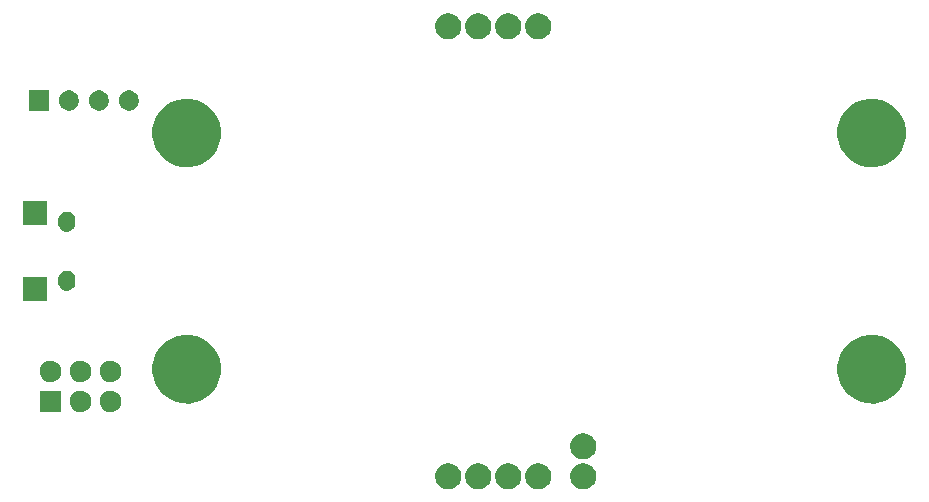
<source format=gbs>
G04 (created by PCBNEW (2013-07-07 BZR 4022)-stable) date 10/12/2013 15:05:52*
%MOIN*%
G04 Gerber Fmt 3.4, Leading zero omitted, Abs format*
%FSLAX34Y34*%
G01*
G70*
G90*
G04 APERTURE LIST*
%ADD10C,0.00590551*%
G04 APERTURE END LIST*
G54D10*
G36*
X62658Y-38504D02*
X61869Y-38504D01*
X61869Y-37715D01*
X62658Y-37715D01*
X62658Y-38504D01*
X62658Y-38504D01*
G37*
G36*
X62658Y-41024D02*
X61869Y-41024D01*
X61869Y-40235D01*
X62658Y-40235D01*
X62658Y-41024D01*
X62658Y-41024D01*
G37*
G36*
X62732Y-34685D02*
X62062Y-34685D01*
X62062Y-34015D01*
X62732Y-34015D01*
X62732Y-34685D01*
X62732Y-34685D01*
G37*
G36*
X63139Y-43345D02*
X63138Y-43420D01*
X63121Y-43494D01*
X63094Y-43553D01*
X63050Y-43616D01*
X63004Y-43660D01*
X62939Y-43701D01*
X62879Y-43724D01*
X62804Y-43738D01*
X62739Y-43736D01*
X62664Y-43720D01*
X62606Y-43694D01*
X62543Y-43650D01*
X62498Y-43604D01*
X62456Y-43540D01*
X62433Y-43480D01*
X62419Y-43404D01*
X62420Y-43341D01*
X62436Y-43265D01*
X62461Y-43206D01*
X62505Y-43143D01*
X62550Y-43098D01*
X62615Y-43056D01*
X62674Y-43032D01*
X62750Y-43017D01*
X62813Y-43018D01*
X62889Y-43034D01*
X62948Y-43058D01*
X63012Y-43102D01*
X63057Y-43146D01*
X63100Y-43211D01*
X63124Y-43269D01*
X63139Y-43345D01*
X63139Y-43345D01*
G37*
G36*
X63139Y-44737D02*
X62419Y-44737D01*
X62419Y-44018D01*
X63139Y-44018D01*
X63139Y-44737D01*
X63139Y-44737D01*
G37*
G36*
X63612Y-38429D02*
X63612Y-38433D01*
X63612Y-38440D01*
X63612Y-38440D01*
X63605Y-38496D01*
X63605Y-38496D01*
X63605Y-38496D01*
X63589Y-38548D01*
X63562Y-38598D01*
X63526Y-38640D01*
X63482Y-38675D01*
X63434Y-38701D01*
X63379Y-38717D01*
X63325Y-38722D01*
X63269Y-38716D01*
X63216Y-38700D01*
X63167Y-38673D01*
X63124Y-38638D01*
X63088Y-38594D01*
X63062Y-38545D01*
X63046Y-38492D01*
X63040Y-38429D01*
X63040Y-38342D01*
X63040Y-38337D01*
X63041Y-38331D01*
X63041Y-38331D01*
X63047Y-38275D01*
X63047Y-38275D01*
X63047Y-38274D01*
X63064Y-38222D01*
X63091Y-38173D01*
X63126Y-38131D01*
X63170Y-38095D01*
X63219Y-38070D01*
X63273Y-38054D01*
X63328Y-38049D01*
X63384Y-38055D01*
X63437Y-38071D01*
X63486Y-38098D01*
X63529Y-38133D01*
X63564Y-38176D01*
X63590Y-38225D01*
X63606Y-38279D01*
X63612Y-38342D01*
X63612Y-38429D01*
X63612Y-38429D01*
G37*
G36*
X63612Y-40397D02*
X63612Y-40402D01*
X63612Y-40408D01*
X63612Y-40409D01*
X63605Y-40464D01*
X63605Y-40464D01*
X63605Y-40465D01*
X63589Y-40517D01*
X63562Y-40566D01*
X63526Y-40608D01*
X63482Y-40644D01*
X63434Y-40669D01*
X63379Y-40685D01*
X63325Y-40690D01*
X63269Y-40684D01*
X63216Y-40668D01*
X63167Y-40641D01*
X63124Y-40606D01*
X63088Y-40563D01*
X63062Y-40514D01*
X63046Y-40460D01*
X63040Y-40397D01*
X63040Y-40310D01*
X63040Y-40306D01*
X63041Y-40299D01*
X63041Y-40299D01*
X63047Y-40244D01*
X63047Y-40244D01*
X63047Y-40243D01*
X63064Y-40191D01*
X63091Y-40141D01*
X63126Y-40099D01*
X63170Y-40064D01*
X63219Y-40038D01*
X63273Y-40022D01*
X63328Y-40017D01*
X63384Y-40023D01*
X63437Y-40040D01*
X63486Y-40066D01*
X63529Y-40102D01*
X63564Y-40145D01*
X63590Y-40194D01*
X63606Y-40247D01*
X63612Y-40310D01*
X63612Y-40397D01*
X63612Y-40397D01*
G37*
G36*
X63732Y-34320D02*
X63731Y-34389D01*
X63715Y-34459D01*
X63691Y-34513D01*
X63650Y-34572D01*
X63606Y-34613D01*
X63546Y-34651D01*
X63490Y-34673D01*
X63420Y-34685D01*
X63360Y-34684D01*
X63290Y-34668D01*
X63236Y-34645D01*
X63177Y-34604D01*
X63136Y-34561D01*
X63097Y-34501D01*
X63075Y-34446D01*
X63062Y-34375D01*
X63063Y-34316D01*
X63078Y-34245D01*
X63101Y-34191D01*
X63142Y-34131D01*
X63184Y-34090D01*
X63245Y-34050D01*
X63299Y-34029D01*
X63370Y-34015D01*
X63429Y-34015D01*
X63500Y-34030D01*
X63554Y-34053D01*
X63614Y-34093D01*
X63655Y-34135D01*
X63696Y-34195D01*
X63718Y-34249D01*
X63732Y-34320D01*
X63732Y-34320D01*
G37*
G36*
X64139Y-43345D02*
X64138Y-43420D01*
X64121Y-43494D01*
X64094Y-43553D01*
X64050Y-43616D01*
X64004Y-43660D01*
X63939Y-43701D01*
X63879Y-43724D01*
X63804Y-43738D01*
X63739Y-43736D01*
X63664Y-43720D01*
X63606Y-43694D01*
X63543Y-43650D01*
X63498Y-43604D01*
X63456Y-43540D01*
X63433Y-43480D01*
X63419Y-43404D01*
X63420Y-43341D01*
X63436Y-43265D01*
X63461Y-43206D01*
X63505Y-43143D01*
X63550Y-43098D01*
X63615Y-43056D01*
X63674Y-43032D01*
X63750Y-43017D01*
X63813Y-43018D01*
X63889Y-43034D01*
X63948Y-43058D01*
X64012Y-43102D01*
X64057Y-43146D01*
X64100Y-43211D01*
X64124Y-43269D01*
X64139Y-43345D01*
X64139Y-43345D01*
G37*
G36*
X64139Y-44345D02*
X64138Y-44420D01*
X64121Y-44494D01*
X64094Y-44553D01*
X64050Y-44616D01*
X64004Y-44660D01*
X63939Y-44701D01*
X63879Y-44724D01*
X63804Y-44738D01*
X63739Y-44736D01*
X63664Y-44720D01*
X63606Y-44694D01*
X63543Y-44650D01*
X63498Y-44604D01*
X63456Y-44540D01*
X63433Y-44480D01*
X63419Y-44404D01*
X63420Y-44341D01*
X63436Y-44265D01*
X63461Y-44206D01*
X63505Y-44143D01*
X63550Y-44098D01*
X63615Y-44056D01*
X63674Y-44032D01*
X63750Y-44017D01*
X63813Y-44018D01*
X63889Y-44034D01*
X63948Y-44058D01*
X64012Y-44102D01*
X64057Y-44146D01*
X64100Y-44211D01*
X64124Y-44269D01*
X64139Y-44345D01*
X64139Y-44345D01*
G37*
G36*
X64732Y-34320D02*
X64731Y-34389D01*
X64715Y-34459D01*
X64691Y-34513D01*
X64650Y-34572D01*
X64606Y-34613D01*
X64546Y-34651D01*
X64490Y-34673D01*
X64420Y-34685D01*
X64360Y-34684D01*
X64290Y-34668D01*
X64236Y-34645D01*
X64177Y-34604D01*
X64136Y-34561D01*
X64097Y-34501D01*
X64075Y-34446D01*
X64062Y-34375D01*
X64063Y-34316D01*
X64078Y-34245D01*
X64101Y-34191D01*
X64142Y-34131D01*
X64184Y-34090D01*
X64245Y-34050D01*
X64299Y-34029D01*
X64370Y-34015D01*
X64429Y-34015D01*
X64500Y-34030D01*
X64554Y-34053D01*
X64614Y-34093D01*
X64655Y-34135D01*
X64696Y-34195D01*
X64718Y-34249D01*
X64732Y-34320D01*
X64732Y-34320D01*
G37*
G36*
X65139Y-43345D02*
X65138Y-43420D01*
X65121Y-43494D01*
X65094Y-43553D01*
X65050Y-43616D01*
X65004Y-43660D01*
X64939Y-43701D01*
X64879Y-43724D01*
X64804Y-43738D01*
X64739Y-43736D01*
X64664Y-43720D01*
X64606Y-43694D01*
X64543Y-43650D01*
X64498Y-43604D01*
X64456Y-43540D01*
X64433Y-43480D01*
X64419Y-43404D01*
X64420Y-43341D01*
X64436Y-43265D01*
X64461Y-43206D01*
X64505Y-43143D01*
X64550Y-43098D01*
X64615Y-43056D01*
X64674Y-43032D01*
X64750Y-43017D01*
X64813Y-43018D01*
X64889Y-43034D01*
X64948Y-43058D01*
X65012Y-43102D01*
X65057Y-43146D01*
X65100Y-43211D01*
X65124Y-43269D01*
X65139Y-43345D01*
X65139Y-43345D01*
G37*
G36*
X65139Y-44345D02*
X65138Y-44420D01*
X65121Y-44494D01*
X65094Y-44553D01*
X65050Y-44616D01*
X65004Y-44660D01*
X64939Y-44701D01*
X64879Y-44724D01*
X64804Y-44738D01*
X64739Y-44736D01*
X64664Y-44720D01*
X64606Y-44694D01*
X64543Y-44650D01*
X64498Y-44604D01*
X64456Y-44540D01*
X64433Y-44480D01*
X64419Y-44404D01*
X64420Y-44341D01*
X64436Y-44265D01*
X64461Y-44206D01*
X64505Y-44143D01*
X64550Y-44098D01*
X64615Y-44056D01*
X64674Y-44032D01*
X64750Y-44017D01*
X64813Y-44018D01*
X64889Y-44034D01*
X64948Y-44058D01*
X65012Y-44102D01*
X65057Y-44146D01*
X65100Y-44211D01*
X65124Y-44269D01*
X65139Y-44345D01*
X65139Y-44345D01*
G37*
G36*
X65732Y-34320D02*
X65731Y-34389D01*
X65715Y-34459D01*
X65691Y-34513D01*
X65650Y-34572D01*
X65606Y-34613D01*
X65546Y-34651D01*
X65490Y-34673D01*
X65420Y-34685D01*
X65360Y-34684D01*
X65290Y-34668D01*
X65236Y-34645D01*
X65177Y-34604D01*
X65136Y-34561D01*
X65097Y-34501D01*
X65075Y-34446D01*
X65062Y-34375D01*
X65063Y-34316D01*
X65078Y-34245D01*
X65101Y-34191D01*
X65142Y-34131D01*
X65184Y-34090D01*
X65245Y-34050D01*
X65299Y-34029D01*
X65370Y-34015D01*
X65429Y-34015D01*
X65500Y-34030D01*
X65554Y-34053D01*
X65614Y-34093D01*
X65655Y-34135D01*
X65696Y-34195D01*
X65718Y-34249D01*
X65732Y-34320D01*
X65732Y-34320D01*
G37*
G36*
X68465Y-35323D02*
X68461Y-35574D01*
X68410Y-35797D01*
X68322Y-35997D01*
X68189Y-36185D01*
X68031Y-36335D01*
X67837Y-36458D01*
X67634Y-36537D01*
X67407Y-36577D01*
X67189Y-36572D01*
X66965Y-36523D01*
X66765Y-36436D01*
X66576Y-36304D01*
X66425Y-36148D01*
X66300Y-35954D01*
X66220Y-35752D01*
X66178Y-35525D01*
X66182Y-35308D01*
X66229Y-35082D01*
X66315Y-34883D01*
X66445Y-34692D01*
X66601Y-34540D01*
X66794Y-34414D01*
X66995Y-34333D01*
X67222Y-34289D01*
X67439Y-34291D01*
X67665Y-34337D01*
X67865Y-34421D01*
X68057Y-34551D01*
X68209Y-34704D01*
X68337Y-34897D01*
X68420Y-35097D01*
X68465Y-35323D01*
X68465Y-35323D01*
G37*
G36*
X68465Y-43197D02*
X68461Y-43448D01*
X68410Y-43672D01*
X68322Y-43871D01*
X68189Y-44059D01*
X68031Y-44209D01*
X67837Y-44332D01*
X67634Y-44411D01*
X67407Y-44451D01*
X67189Y-44446D01*
X66965Y-44397D01*
X66765Y-44310D01*
X66576Y-44178D01*
X66425Y-44022D01*
X66300Y-43828D01*
X66220Y-43626D01*
X66178Y-43399D01*
X66182Y-43182D01*
X66229Y-42956D01*
X66315Y-42757D01*
X66445Y-42566D01*
X66601Y-42414D01*
X66794Y-42288D01*
X66995Y-42207D01*
X67222Y-42163D01*
X67439Y-42165D01*
X67665Y-42211D01*
X67865Y-42295D01*
X68057Y-42425D01*
X68209Y-42578D01*
X68337Y-42771D01*
X68420Y-42971D01*
X68465Y-43197D01*
X68465Y-43197D01*
G37*
G36*
X76473Y-31830D02*
X76472Y-31921D01*
X76452Y-32010D01*
X76420Y-32082D01*
X76367Y-32156D01*
X76310Y-32211D01*
X76233Y-32260D01*
X76160Y-32288D01*
X76070Y-32304D01*
X75991Y-32302D01*
X75902Y-32283D01*
X75830Y-32251D01*
X75755Y-32199D01*
X75700Y-32143D01*
X75651Y-32066D01*
X75622Y-31993D01*
X75605Y-31903D01*
X75607Y-31824D01*
X75626Y-31735D01*
X75656Y-31663D01*
X75708Y-31587D01*
X75764Y-31532D01*
X75841Y-31482D01*
X75913Y-31453D01*
X76004Y-31436D01*
X76082Y-31436D01*
X76172Y-31455D01*
X76244Y-31485D01*
X76320Y-31536D01*
X76375Y-31591D01*
X76426Y-31668D01*
X76456Y-31740D01*
X76473Y-31830D01*
X76473Y-31830D01*
G37*
G36*
X76473Y-46830D02*
X76472Y-46921D01*
X76452Y-47010D01*
X76420Y-47082D01*
X76367Y-47156D01*
X76310Y-47211D01*
X76233Y-47260D01*
X76160Y-47288D01*
X76070Y-47304D01*
X75991Y-47302D01*
X75902Y-47283D01*
X75830Y-47251D01*
X75755Y-47199D01*
X75700Y-47143D01*
X75651Y-47066D01*
X75622Y-46993D01*
X75605Y-46903D01*
X75607Y-46824D01*
X75626Y-46735D01*
X75656Y-46663D01*
X75708Y-46587D01*
X75764Y-46532D01*
X75841Y-46482D01*
X75913Y-46453D01*
X76004Y-46436D01*
X76082Y-46436D01*
X76172Y-46455D01*
X76244Y-46485D01*
X76320Y-46536D01*
X76375Y-46591D01*
X76426Y-46668D01*
X76456Y-46740D01*
X76473Y-46830D01*
X76473Y-46830D01*
G37*
G36*
X77473Y-31830D02*
X77472Y-31921D01*
X77452Y-32010D01*
X77420Y-32082D01*
X77367Y-32156D01*
X77310Y-32211D01*
X77233Y-32260D01*
X77160Y-32288D01*
X77070Y-32304D01*
X76991Y-32302D01*
X76902Y-32283D01*
X76830Y-32251D01*
X76755Y-32199D01*
X76700Y-32143D01*
X76651Y-32066D01*
X76622Y-31993D01*
X76605Y-31903D01*
X76607Y-31824D01*
X76626Y-31735D01*
X76656Y-31663D01*
X76708Y-31587D01*
X76764Y-31532D01*
X76841Y-31482D01*
X76913Y-31453D01*
X77004Y-31436D01*
X77082Y-31436D01*
X77172Y-31455D01*
X77244Y-31485D01*
X77320Y-31536D01*
X77375Y-31591D01*
X77426Y-31668D01*
X77456Y-31740D01*
X77473Y-31830D01*
X77473Y-31830D01*
G37*
G36*
X77473Y-46830D02*
X77472Y-46921D01*
X77452Y-47010D01*
X77420Y-47082D01*
X77367Y-47156D01*
X77310Y-47211D01*
X77233Y-47260D01*
X77160Y-47288D01*
X77070Y-47304D01*
X76991Y-47302D01*
X76902Y-47283D01*
X76830Y-47251D01*
X76755Y-47199D01*
X76700Y-47143D01*
X76651Y-47066D01*
X76622Y-46993D01*
X76605Y-46903D01*
X76607Y-46824D01*
X76626Y-46735D01*
X76656Y-46663D01*
X76708Y-46587D01*
X76764Y-46532D01*
X76841Y-46482D01*
X76913Y-46453D01*
X77004Y-46436D01*
X77082Y-46436D01*
X77172Y-46455D01*
X77244Y-46485D01*
X77320Y-46536D01*
X77375Y-46591D01*
X77426Y-46668D01*
X77456Y-46740D01*
X77473Y-46830D01*
X77473Y-46830D01*
G37*
G36*
X78473Y-31830D02*
X78472Y-31921D01*
X78452Y-32010D01*
X78420Y-32082D01*
X78367Y-32156D01*
X78310Y-32211D01*
X78233Y-32260D01*
X78160Y-32288D01*
X78070Y-32304D01*
X77991Y-32302D01*
X77902Y-32283D01*
X77830Y-32251D01*
X77755Y-32199D01*
X77700Y-32143D01*
X77651Y-32066D01*
X77622Y-31993D01*
X77605Y-31903D01*
X77607Y-31824D01*
X77626Y-31735D01*
X77656Y-31663D01*
X77708Y-31587D01*
X77764Y-31532D01*
X77841Y-31482D01*
X77913Y-31453D01*
X78004Y-31436D01*
X78082Y-31436D01*
X78172Y-31455D01*
X78244Y-31485D01*
X78320Y-31536D01*
X78375Y-31591D01*
X78426Y-31668D01*
X78456Y-31740D01*
X78473Y-31830D01*
X78473Y-31830D01*
G37*
G36*
X78473Y-46830D02*
X78472Y-46921D01*
X78452Y-47010D01*
X78420Y-47082D01*
X78367Y-47156D01*
X78310Y-47211D01*
X78233Y-47260D01*
X78160Y-47288D01*
X78070Y-47304D01*
X77991Y-47302D01*
X77902Y-47283D01*
X77830Y-47251D01*
X77755Y-47199D01*
X77700Y-47143D01*
X77651Y-47066D01*
X77622Y-46993D01*
X77605Y-46903D01*
X77607Y-46824D01*
X77626Y-46735D01*
X77656Y-46663D01*
X77708Y-46587D01*
X77764Y-46532D01*
X77841Y-46482D01*
X77913Y-46453D01*
X78004Y-46436D01*
X78082Y-46436D01*
X78172Y-46455D01*
X78244Y-46485D01*
X78320Y-46536D01*
X78375Y-46591D01*
X78426Y-46668D01*
X78456Y-46740D01*
X78473Y-46830D01*
X78473Y-46830D01*
G37*
G36*
X79473Y-31830D02*
X79472Y-31921D01*
X79452Y-32010D01*
X79420Y-32082D01*
X79367Y-32156D01*
X79310Y-32211D01*
X79233Y-32260D01*
X79160Y-32288D01*
X79070Y-32304D01*
X78991Y-32302D01*
X78902Y-32283D01*
X78830Y-32251D01*
X78755Y-32199D01*
X78700Y-32143D01*
X78651Y-32066D01*
X78622Y-31993D01*
X78605Y-31903D01*
X78607Y-31824D01*
X78626Y-31735D01*
X78656Y-31663D01*
X78708Y-31587D01*
X78764Y-31532D01*
X78841Y-31482D01*
X78913Y-31453D01*
X79004Y-31436D01*
X79082Y-31436D01*
X79172Y-31455D01*
X79244Y-31485D01*
X79320Y-31536D01*
X79375Y-31591D01*
X79426Y-31668D01*
X79456Y-31740D01*
X79473Y-31830D01*
X79473Y-31830D01*
G37*
G36*
X79473Y-46830D02*
X79472Y-46921D01*
X79452Y-47010D01*
X79420Y-47082D01*
X79367Y-47156D01*
X79310Y-47211D01*
X79233Y-47260D01*
X79160Y-47288D01*
X79070Y-47304D01*
X78991Y-47302D01*
X78902Y-47283D01*
X78830Y-47251D01*
X78755Y-47199D01*
X78700Y-47143D01*
X78651Y-47066D01*
X78622Y-46993D01*
X78605Y-46903D01*
X78607Y-46824D01*
X78626Y-46735D01*
X78656Y-46663D01*
X78708Y-46587D01*
X78764Y-46532D01*
X78841Y-46482D01*
X78913Y-46453D01*
X79004Y-46436D01*
X79082Y-46436D01*
X79172Y-46455D01*
X79244Y-46485D01*
X79320Y-46536D01*
X79375Y-46591D01*
X79426Y-46668D01*
X79456Y-46740D01*
X79473Y-46830D01*
X79473Y-46830D01*
G37*
G36*
X80973Y-45830D02*
X80972Y-45921D01*
X80952Y-46010D01*
X80920Y-46082D01*
X80867Y-46156D01*
X80810Y-46211D01*
X80733Y-46260D01*
X80660Y-46288D01*
X80570Y-46304D01*
X80491Y-46302D01*
X80402Y-46283D01*
X80330Y-46251D01*
X80255Y-46199D01*
X80200Y-46143D01*
X80151Y-46066D01*
X80122Y-45993D01*
X80105Y-45903D01*
X80107Y-45824D01*
X80126Y-45735D01*
X80156Y-45663D01*
X80208Y-45587D01*
X80264Y-45532D01*
X80341Y-45482D01*
X80413Y-45453D01*
X80504Y-45436D01*
X80582Y-45436D01*
X80672Y-45455D01*
X80744Y-45485D01*
X80820Y-45536D01*
X80875Y-45591D01*
X80926Y-45668D01*
X80956Y-45740D01*
X80973Y-45830D01*
X80973Y-45830D01*
G37*
G36*
X80973Y-46830D02*
X80972Y-46921D01*
X80952Y-47010D01*
X80920Y-47082D01*
X80867Y-47156D01*
X80810Y-47211D01*
X80733Y-47260D01*
X80660Y-47288D01*
X80570Y-47304D01*
X80491Y-47302D01*
X80402Y-47283D01*
X80330Y-47251D01*
X80255Y-47199D01*
X80200Y-47143D01*
X80151Y-47066D01*
X80122Y-46993D01*
X80105Y-46903D01*
X80107Y-46824D01*
X80126Y-46735D01*
X80156Y-46663D01*
X80208Y-46587D01*
X80264Y-46532D01*
X80341Y-46482D01*
X80413Y-46453D01*
X80504Y-46436D01*
X80582Y-46436D01*
X80672Y-46455D01*
X80744Y-46485D01*
X80820Y-46536D01*
X80875Y-46591D01*
X80926Y-46668D01*
X80956Y-46740D01*
X80973Y-46830D01*
X80973Y-46830D01*
G37*
G36*
X91299Y-35323D02*
X91296Y-35574D01*
X91245Y-35797D01*
X91156Y-35997D01*
X91024Y-36185D01*
X90866Y-36335D01*
X90672Y-36458D01*
X90468Y-36537D01*
X90242Y-36577D01*
X90024Y-36572D01*
X89799Y-36523D01*
X89600Y-36436D01*
X89411Y-36304D01*
X89260Y-36148D01*
X89135Y-35954D01*
X89055Y-35752D01*
X89013Y-35525D01*
X89016Y-35308D01*
X89064Y-35082D01*
X89150Y-34883D01*
X89280Y-34692D01*
X89435Y-34540D01*
X89628Y-34414D01*
X89830Y-34333D01*
X90057Y-34289D01*
X90273Y-34291D01*
X90500Y-34337D01*
X90700Y-34421D01*
X90891Y-34551D01*
X91044Y-34704D01*
X91172Y-34897D01*
X91255Y-35097D01*
X91299Y-35323D01*
X91299Y-35323D01*
G37*
G36*
X91299Y-43197D02*
X91296Y-43448D01*
X91245Y-43672D01*
X91156Y-43871D01*
X91024Y-44059D01*
X90866Y-44209D01*
X90672Y-44332D01*
X90468Y-44411D01*
X90242Y-44451D01*
X90024Y-44446D01*
X89799Y-44397D01*
X89600Y-44310D01*
X89411Y-44178D01*
X89260Y-44022D01*
X89135Y-43828D01*
X89055Y-43626D01*
X89013Y-43399D01*
X89016Y-43182D01*
X89064Y-42956D01*
X89150Y-42757D01*
X89280Y-42566D01*
X89435Y-42414D01*
X89628Y-42288D01*
X89830Y-42207D01*
X90057Y-42163D01*
X90273Y-42165D01*
X90500Y-42211D01*
X90700Y-42295D01*
X90891Y-42425D01*
X91044Y-42578D01*
X91172Y-42771D01*
X91255Y-42971D01*
X91299Y-43197D01*
X91299Y-43197D01*
G37*
M02*

</source>
